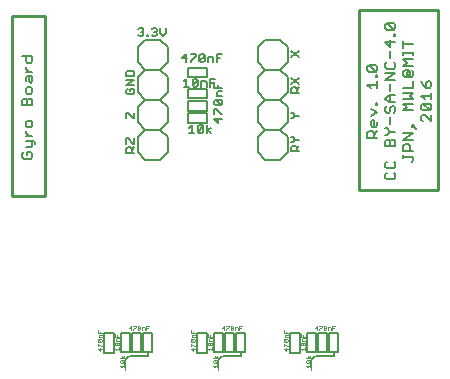
<source format=gto>
G75*
%MOIN*%
%OFA0B0*%
%FSLAX24Y24*%
%IPPOS*%
%LPD*%
%AMOC8*
5,1,8,0,0,1.08239X$1,22.5*
%
%ADD10C,0.0060*%
%ADD11C,0.0000*%
%ADD12C,0.0070*%
%ADD13C,0.0100*%
%ADD14C,0.0050*%
%ADD15C,0.0030*%
D10*
X006032Y005891D02*
X006122Y005981D01*
X006132Y005981D01*
X006142Y005981D02*
X006742Y005981D01*
X006742Y006081D01*
X009132Y005891D02*
X009222Y005981D01*
X009232Y005981D01*
X009242Y005981D02*
X009842Y005981D01*
X009842Y006081D01*
X012232Y005891D02*
X012322Y005981D01*
X012332Y005981D01*
X012342Y005981D02*
X012942Y005981D01*
X012942Y006081D01*
X011167Y012524D02*
X010667Y012524D01*
X010417Y012774D01*
X010417Y013274D01*
X010667Y013524D01*
X010417Y013774D01*
X010417Y014274D01*
X010667Y014524D01*
X010417Y014774D01*
X010417Y015274D01*
X010667Y015524D01*
X010417Y015774D01*
X010417Y016274D01*
X010667Y016524D01*
X011167Y016524D01*
X011417Y016274D01*
X011417Y015774D01*
X011167Y015524D01*
X011417Y015274D01*
X011417Y014774D01*
X011167Y014524D01*
X011417Y014274D01*
X011417Y013774D01*
X011167Y013524D01*
X011417Y013274D01*
X011417Y012774D01*
X011167Y012524D01*
X011537Y012809D02*
X011537Y012939D01*
X011581Y012983D01*
X011667Y012983D01*
X011711Y012939D01*
X011711Y012809D01*
X011797Y012809D02*
X011537Y012809D01*
X011711Y012896D02*
X011797Y012983D01*
X011797Y013190D02*
X011667Y013190D01*
X011581Y013277D01*
X011537Y013277D01*
X011667Y013190D02*
X011581Y013104D01*
X011537Y013104D01*
X011167Y013524D02*
X010667Y013524D01*
X011537Y013906D02*
X011581Y013906D01*
X011667Y013993D01*
X011797Y013993D01*
X011667Y013993D02*
X011581Y014080D01*
X011537Y014080D01*
X011167Y014524D02*
X010667Y014524D01*
X011537Y014759D02*
X011537Y014889D01*
X011581Y014933D01*
X011667Y014933D01*
X011711Y014889D01*
X011711Y014759D01*
X011797Y014759D02*
X011537Y014759D01*
X011711Y014846D02*
X011797Y014933D01*
X011797Y015054D02*
X011537Y015227D01*
X011537Y015054D02*
X011797Y015227D01*
X011167Y015524D02*
X010667Y015524D01*
X011537Y015956D02*
X011797Y016130D01*
X011797Y015956D02*
X011537Y016130D01*
X009233Y016035D02*
X009059Y016035D01*
X009059Y015775D01*
X008938Y015775D02*
X008938Y015905D01*
X008895Y015948D01*
X008765Y015948D01*
X008765Y015775D01*
X008643Y015818D02*
X008643Y015991D01*
X008470Y015818D01*
X008513Y015775D01*
X008600Y015775D01*
X008643Y015818D01*
X008470Y015818D02*
X008470Y015991D01*
X008513Y016035D01*
X008600Y016035D01*
X008643Y015991D01*
X008349Y015991D02*
X008175Y015818D01*
X008175Y015775D01*
X008011Y015775D02*
X008011Y016035D01*
X007881Y015905D01*
X008054Y015905D01*
X008175Y016035D02*
X008349Y016035D01*
X008349Y015991D01*
X009059Y015905D02*
X009146Y015905D01*
X009006Y015215D02*
X008832Y015215D01*
X008832Y014955D01*
X008711Y014955D02*
X008711Y015085D01*
X008668Y015128D01*
X008538Y015128D01*
X008538Y014955D01*
X008417Y014998D02*
X008373Y014955D01*
X008286Y014955D01*
X008243Y014998D01*
X008417Y015172D01*
X008417Y014998D01*
X008417Y015172D02*
X008373Y015215D01*
X008286Y015215D01*
X008243Y015172D01*
X008243Y014998D01*
X008122Y014955D02*
X007948Y014955D01*
X008035Y014955D02*
X008035Y015215D01*
X007948Y015128D01*
X007417Y015274D02*
X007417Y014774D01*
X007167Y014524D01*
X007417Y014274D01*
X007417Y013774D01*
X007167Y013524D01*
X007417Y013274D01*
X007417Y012774D01*
X007167Y012524D01*
X006667Y012524D01*
X006417Y012774D01*
X006417Y013274D01*
X006667Y013524D01*
X006417Y013774D01*
X006417Y014274D01*
X006667Y014524D01*
X006417Y014774D01*
X006417Y015274D01*
X006667Y015524D01*
X006417Y015774D01*
X006417Y016274D01*
X006667Y016524D01*
X007167Y016524D01*
X007417Y016274D01*
X007417Y015774D01*
X007167Y015524D01*
X007417Y015274D01*
X007167Y015524D02*
X006667Y015524D01*
X006297Y015431D02*
X006254Y015475D01*
X006081Y015475D01*
X006037Y015431D01*
X006037Y015301D01*
X006297Y015301D01*
X006297Y015431D01*
X006297Y015180D02*
X006037Y015180D01*
X006037Y015006D02*
X006297Y015180D01*
X006297Y015006D02*
X006037Y015006D01*
X006081Y014885D02*
X006037Y014842D01*
X006037Y014755D01*
X006081Y014712D01*
X006254Y014712D01*
X006297Y014755D01*
X006297Y014842D01*
X006254Y014885D01*
X006167Y014885D01*
X006167Y014798D01*
X006667Y014524D02*
X007167Y014524D01*
X006297Y014080D02*
X006297Y013906D01*
X006254Y013906D01*
X006081Y014080D01*
X006037Y014080D01*
X006037Y013906D01*
X006037Y013227D02*
X006081Y013227D01*
X006254Y013054D01*
X006297Y013054D01*
X006297Y013227D01*
X006037Y013227D02*
X006037Y013054D01*
X006081Y012933D02*
X006167Y012933D01*
X006211Y012889D01*
X006211Y012759D01*
X006297Y012759D02*
X006037Y012759D01*
X006037Y012889D01*
X006081Y012933D01*
X006211Y012846D02*
X006297Y012933D01*
X006667Y013524D02*
X007167Y013524D01*
X008127Y013587D02*
X008214Y013674D01*
X008214Y013414D01*
X008127Y013414D02*
X008301Y013414D01*
X008422Y013457D02*
X008422Y013631D01*
X008465Y013674D01*
X008552Y013674D01*
X008596Y013631D01*
X008422Y013457D01*
X008465Y013414D01*
X008552Y013414D01*
X008596Y013457D01*
X008596Y013631D01*
X008717Y013674D02*
X008717Y013414D01*
X008717Y013500D02*
X008847Y013587D01*
X008717Y013500D02*
X008847Y013414D01*
X009095Y013743D02*
X009095Y013916D01*
X008965Y013873D02*
X009095Y013743D01*
X008965Y013873D02*
X009226Y013873D01*
X009226Y014038D02*
X009182Y014038D01*
X009009Y014211D01*
X008965Y014211D01*
X008965Y014038D01*
X009009Y014332D02*
X008965Y014376D01*
X008965Y014462D01*
X009009Y014506D01*
X009182Y014332D01*
X009226Y014376D01*
X009226Y014462D01*
X009182Y014506D01*
X009009Y014506D01*
X009052Y014627D02*
X009052Y014757D01*
X009095Y014800D01*
X009226Y014800D01*
X009226Y014922D02*
X008965Y014922D01*
X008965Y015095D01*
X008919Y015085D02*
X008832Y015085D01*
X009095Y015008D02*
X009095Y014922D01*
X009052Y014627D02*
X009226Y014627D01*
X009182Y014332D02*
X009009Y014332D01*
X007255Y016644D02*
X007342Y016730D01*
X007342Y016904D01*
X007168Y016904D02*
X007168Y016730D01*
X007255Y016644D01*
X007047Y016687D02*
X007004Y016644D01*
X006917Y016644D01*
X006874Y016687D01*
X006770Y016687D02*
X006770Y016644D01*
X006726Y016644D01*
X006726Y016687D01*
X006770Y016687D01*
X006605Y016687D02*
X006562Y016644D01*
X006475Y016644D01*
X006432Y016687D01*
X006519Y016774D02*
X006562Y016774D01*
X006605Y016730D01*
X006605Y016687D01*
X006562Y016774D02*
X006605Y016817D01*
X006605Y016861D01*
X006562Y016904D01*
X006475Y016904D01*
X006432Y016861D01*
X006874Y016861D02*
X006917Y016904D01*
X007004Y016904D01*
X007047Y016861D01*
X007047Y016817D01*
X007004Y016774D01*
X007047Y016730D01*
X007047Y016687D01*
X007004Y016774D02*
X006960Y016774D01*
D11*
X005992Y005905D02*
X005992Y005511D01*
X009092Y005511D02*
X009092Y005905D01*
X012192Y005905D02*
X012192Y005511D01*
D12*
X014720Y011868D02*
X014941Y011868D01*
X014996Y011923D01*
X014996Y012033D01*
X014941Y012088D01*
X014941Y012236D02*
X014996Y012292D01*
X014996Y012402D01*
X014941Y012457D01*
X014941Y012236D02*
X014720Y012236D01*
X014665Y012292D01*
X014665Y012402D01*
X014720Y012457D01*
X014720Y012088D02*
X014665Y012033D01*
X014665Y011923D01*
X014720Y011868D01*
X015265Y012561D02*
X015265Y012671D01*
X015265Y012616D02*
X015541Y012616D01*
X015596Y012561D01*
X015596Y012506D01*
X015541Y012451D01*
X015596Y012820D02*
X015265Y012820D01*
X015265Y012985D01*
X015320Y013040D01*
X015430Y013040D01*
X015485Y012985D01*
X015485Y012820D01*
X015596Y013188D02*
X015265Y013188D01*
X015596Y013408D01*
X015265Y013408D01*
X014996Y013451D02*
X014830Y013451D01*
X014720Y013562D01*
X014665Y013562D01*
X014830Y013451D02*
X014720Y013341D01*
X014665Y013341D01*
X014720Y013193D02*
X014775Y013193D01*
X014830Y013138D01*
X014830Y012973D01*
X014665Y012973D02*
X014665Y013138D01*
X014720Y013193D01*
X014830Y013138D02*
X014885Y013193D01*
X014941Y013193D01*
X014996Y013138D01*
X014996Y012973D01*
X014665Y012973D01*
X014396Y013249D02*
X014065Y013249D01*
X014065Y013414D01*
X014120Y013470D01*
X014230Y013470D01*
X014285Y013414D01*
X014285Y013249D01*
X014285Y013359D02*
X014396Y013470D01*
X014341Y013618D02*
X014230Y013618D01*
X014175Y013673D01*
X014175Y013783D01*
X014230Y013838D01*
X014285Y013838D01*
X014285Y013618D01*
X014341Y013618D02*
X014396Y013673D01*
X014396Y013783D01*
X014175Y013986D02*
X014396Y014096D01*
X014175Y014206D01*
X014341Y014354D02*
X014341Y014409D01*
X014396Y014409D01*
X014396Y014354D01*
X014341Y014354D01*
X014665Y014243D02*
X014665Y014133D01*
X014720Y014078D01*
X014775Y014078D01*
X014830Y014133D01*
X014830Y014243D01*
X014885Y014298D01*
X014941Y014298D01*
X014996Y014243D01*
X014996Y014133D01*
X014941Y014078D01*
X014830Y013930D02*
X014830Y013710D01*
X015265Y014170D02*
X015375Y014280D01*
X015265Y014390D01*
X015596Y014390D01*
X015596Y014538D02*
X015485Y014649D01*
X015596Y014759D01*
X015265Y014759D01*
X015265Y014907D02*
X015596Y014907D01*
X015596Y015127D01*
X015541Y015275D02*
X015320Y015275D01*
X015265Y015330D01*
X015265Y015440D01*
X015320Y015495D01*
X015430Y015495D01*
X015485Y015440D01*
X015375Y015440D01*
X015375Y015330D01*
X015485Y015330D01*
X015485Y015440D01*
X015541Y015495D02*
X015596Y015440D01*
X015596Y015330D01*
X015541Y015275D01*
X015596Y015643D02*
X015265Y015643D01*
X015375Y015753D01*
X015265Y015864D01*
X015596Y015864D01*
X015596Y016012D02*
X015596Y016122D01*
X015596Y016067D02*
X015265Y016067D01*
X015265Y016012D02*
X015265Y016122D01*
X015265Y016257D02*
X015265Y016477D01*
X015265Y016367D02*
X015596Y016367D01*
X014996Y016453D02*
X014665Y016453D01*
X014830Y016288D01*
X014830Y016508D01*
X014941Y016656D02*
X014941Y016711D01*
X014996Y016711D01*
X014996Y016656D01*
X014941Y016656D01*
X014941Y016840D02*
X014720Y017061D01*
X014941Y017061D01*
X014996Y017006D01*
X014996Y016895D01*
X014941Y016840D01*
X014720Y016840D01*
X014665Y016895D01*
X014665Y017006D01*
X014720Y017061D01*
X014830Y016140D02*
X014830Y015920D01*
X014720Y015771D02*
X014665Y015716D01*
X014665Y015606D01*
X014720Y015551D01*
X014941Y015551D01*
X014996Y015606D01*
X014996Y015716D01*
X014941Y015771D01*
X014996Y015403D02*
X014665Y015403D01*
X014665Y015183D02*
X014996Y015403D01*
X014996Y015183D02*
X014665Y015183D01*
X014830Y015035D02*
X014830Y014815D01*
X014830Y014667D02*
X014830Y014446D01*
X014775Y014446D02*
X014665Y014556D01*
X014775Y014667D01*
X014996Y014667D01*
X014996Y014446D02*
X014775Y014446D01*
X014720Y014298D02*
X014665Y014243D01*
X015265Y014170D02*
X015596Y014170D01*
X015865Y014225D02*
X015920Y014170D01*
X016141Y014170D01*
X015920Y014390D01*
X016141Y014390D01*
X016196Y014335D01*
X016196Y014225D01*
X016141Y014170D01*
X016196Y014022D02*
X016196Y013802D01*
X015975Y014022D01*
X015920Y014022D01*
X015865Y013967D01*
X015865Y013857D01*
X015920Y013802D01*
X015706Y013556D02*
X015596Y013666D01*
X015596Y013611D01*
X015541Y013611D01*
X015541Y013666D01*
X015596Y013666D01*
X015865Y014225D02*
X015865Y014335D01*
X015920Y014390D01*
X015975Y014538D02*
X015865Y014649D01*
X016196Y014649D01*
X016196Y014759D02*
X016196Y014538D01*
X016141Y014907D02*
X016196Y014962D01*
X016196Y015072D01*
X016141Y015127D01*
X016085Y015127D01*
X016030Y015072D01*
X016030Y014907D01*
X016141Y014907D01*
X016030Y014907D02*
X015920Y015017D01*
X015865Y015127D01*
X015596Y014538D02*
X015265Y014538D01*
X014396Y014907D02*
X014396Y015127D01*
X014396Y015017D02*
X014065Y015017D01*
X014175Y014907D01*
X014341Y015275D02*
X014341Y015330D01*
X014396Y015330D01*
X014396Y015275D01*
X014341Y015275D01*
X014341Y015459D02*
X014120Y015679D01*
X014341Y015679D01*
X014396Y015624D01*
X014396Y015514D01*
X014341Y015459D01*
X014120Y015459D01*
X014065Y015514D01*
X014065Y015624D01*
X014120Y015679D01*
X003006Y013092D02*
X003006Y013037D01*
X003006Y013092D02*
X002951Y013147D01*
X002675Y013147D01*
X002675Y013295D02*
X002896Y013295D01*
X002785Y013295D02*
X002675Y013405D01*
X002675Y013460D01*
X002730Y013602D02*
X002841Y013602D01*
X002896Y013657D01*
X002896Y013767D01*
X002841Y013822D01*
X002730Y013822D01*
X002675Y013767D01*
X002675Y013657D01*
X002730Y013602D01*
X002896Y013147D02*
X002896Y012982D01*
X002841Y012927D01*
X002675Y012927D01*
X002620Y012778D02*
X002565Y012723D01*
X002565Y012613D01*
X002620Y012558D01*
X002841Y012558D01*
X002896Y012613D01*
X002896Y012723D01*
X002841Y012778D01*
X002730Y012778D01*
X002730Y012668D01*
X002730Y014338D02*
X002730Y014504D01*
X002785Y014559D01*
X002841Y014559D01*
X002896Y014504D01*
X002896Y014338D01*
X002565Y014338D01*
X002565Y014504D01*
X002620Y014559D01*
X002675Y014559D01*
X002730Y014504D01*
X002730Y014707D02*
X002841Y014707D01*
X002896Y014762D01*
X002896Y014872D01*
X002841Y014927D01*
X002730Y014927D01*
X002675Y014872D01*
X002675Y014762D01*
X002730Y014707D01*
X002841Y015075D02*
X002785Y015130D01*
X002785Y015295D01*
X002730Y015295D02*
X002896Y015295D01*
X002896Y015130D01*
X002841Y015075D01*
X002675Y015130D02*
X002675Y015240D01*
X002730Y015295D01*
X002675Y015443D02*
X002896Y015443D01*
X002785Y015443D02*
X002675Y015553D01*
X002675Y015609D01*
X002730Y015750D02*
X002675Y015805D01*
X002675Y015970D01*
X002565Y015970D02*
X002896Y015970D01*
X002896Y015805D01*
X002841Y015750D01*
X002730Y015750D01*
D13*
X002231Y017303D02*
X003331Y017303D01*
X003331Y011303D01*
X002231Y011303D01*
X002231Y017303D01*
X013806Y017503D02*
X013806Y011503D01*
X016431Y011503D01*
X016431Y017503D01*
X013806Y017503D01*
D14*
X008737Y015584D02*
X008737Y015264D01*
X008097Y015264D01*
X008097Y015584D01*
X008737Y015584D01*
X008737Y014884D02*
X008097Y014884D01*
X008097Y014564D01*
X008737Y014564D01*
X008737Y014884D01*
X008737Y014474D02*
X008737Y014154D01*
X008097Y014154D01*
X008097Y014474D01*
X008737Y014474D01*
X008737Y014064D02*
X008737Y013744D01*
X008097Y013744D01*
X008097Y014064D01*
X008737Y014064D01*
X008943Y006736D02*
X009263Y006736D01*
X009263Y006096D01*
X008943Y006096D01*
X008943Y006736D01*
X008708Y006730D02*
X008388Y006730D01*
X008388Y006090D01*
X008708Y006090D01*
X008708Y006730D01*
X009309Y006736D02*
X009309Y006096D01*
X009629Y006096D01*
X009629Y006736D01*
X009309Y006736D01*
X009674Y006736D02*
X009994Y006736D01*
X009994Y006096D01*
X009674Y006096D01*
X009674Y006736D01*
X011488Y006730D02*
X011488Y006090D01*
X011808Y006090D01*
X011808Y006730D01*
X011488Y006730D01*
X012043Y006736D02*
X012043Y006096D01*
X012363Y006096D01*
X012363Y006736D01*
X012043Y006736D01*
X012409Y006736D02*
X012729Y006736D01*
X012729Y006096D01*
X012409Y006096D01*
X012409Y006736D01*
X012774Y006736D02*
X013094Y006736D01*
X013094Y006096D01*
X012774Y006096D01*
X012774Y006736D01*
X006894Y006736D02*
X006894Y006096D01*
X006574Y006096D01*
X006574Y006736D01*
X006894Y006736D01*
X006529Y006736D02*
X006209Y006736D01*
X006209Y006096D01*
X006529Y006096D01*
X006529Y006736D01*
X006163Y006736D02*
X005843Y006736D01*
X005843Y006096D01*
X006163Y006096D01*
X006163Y006736D01*
X005608Y006730D02*
X005608Y006090D01*
X005288Y006090D01*
X005288Y006730D01*
X005608Y006730D01*
D15*
X005082Y006223D02*
X005147Y006158D01*
X005147Y006244D01*
X005212Y006223D02*
X005082Y006223D01*
X005082Y006305D02*
X005082Y006392D01*
X005103Y006392D01*
X005190Y006305D01*
X005212Y006305D01*
X005190Y006452D02*
X005103Y006539D01*
X005190Y006539D01*
X005212Y006517D01*
X005212Y006474D01*
X005190Y006452D01*
X005103Y006452D01*
X005082Y006474D01*
X005082Y006517D01*
X005103Y006539D01*
X005125Y006600D02*
X005125Y006665D01*
X005147Y006686D01*
X005212Y006686D01*
X005212Y006747D02*
X005082Y006747D01*
X005082Y006834D01*
X005147Y006790D02*
X005147Y006747D01*
X005125Y006600D02*
X005212Y006600D01*
X005656Y006624D02*
X005656Y006710D01*
X005722Y006667D02*
X005722Y006624D01*
X005722Y006563D02*
X005787Y006563D01*
X005787Y006624D02*
X005656Y006624D01*
X005722Y006563D02*
X005700Y006541D01*
X005700Y006476D01*
X005787Y006476D01*
X005765Y006416D02*
X005787Y006394D01*
X005787Y006351D01*
X005765Y006329D01*
X005678Y006416D01*
X005765Y006416D01*
X005678Y006416D02*
X005656Y006394D01*
X005656Y006351D01*
X005678Y006329D01*
X005765Y006329D01*
X005787Y006268D02*
X005787Y006182D01*
X005787Y006225D02*
X005656Y006225D01*
X005700Y006182D01*
X005882Y005970D02*
X005926Y005905D01*
X005969Y005970D01*
X005969Y005905D02*
X005839Y005905D01*
X005861Y005845D02*
X005947Y005758D01*
X005969Y005780D01*
X005969Y005823D01*
X005947Y005845D01*
X005861Y005845D01*
X005839Y005823D01*
X005839Y005780D01*
X005861Y005758D01*
X005947Y005758D01*
X005969Y005697D02*
X005969Y005611D01*
X005969Y005654D02*
X005839Y005654D01*
X005882Y005611D01*
X006178Y006842D02*
X006178Y006973D01*
X006113Y006907D01*
X006199Y006907D01*
X006260Y006864D02*
X006260Y006842D01*
X006260Y006864D02*
X006347Y006951D01*
X006347Y006973D01*
X006260Y006973D01*
X006407Y006951D02*
X006429Y006973D01*
X006472Y006973D01*
X006494Y006951D01*
X006407Y006864D01*
X006429Y006842D01*
X006472Y006842D01*
X006494Y006864D01*
X006494Y006951D01*
X006555Y006929D02*
X006620Y006929D01*
X006641Y006907D01*
X006641Y006842D01*
X006702Y006842D02*
X006702Y006973D01*
X006789Y006973D01*
X006745Y006907D02*
X006702Y006907D01*
X006555Y006929D02*
X006555Y006842D01*
X006407Y006864D02*
X006407Y006951D01*
X008182Y006834D02*
X008182Y006747D01*
X008312Y006747D01*
X008312Y006686D02*
X008247Y006686D01*
X008225Y006665D01*
X008225Y006600D01*
X008312Y006600D01*
X008290Y006539D02*
X008312Y006517D01*
X008312Y006474D01*
X008290Y006452D01*
X008203Y006539D01*
X008290Y006539D01*
X008203Y006539D02*
X008182Y006517D01*
X008182Y006474D01*
X008203Y006452D01*
X008290Y006452D01*
X008203Y006392D02*
X008290Y006305D01*
X008312Y006305D01*
X008312Y006223D02*
X008182Y006223D01*
X008247Y006158D01*
X008247Y006244D01*
X008182Y006305D02*
X008182Y006392D01*
X008203Y006392D01*
X008247Y006747D02*
X008247Y006790D01*
X008756Y006710D02*
X008756Y006624D01*
X008887Y006624D01*
X008887Y006563D02*
X008822Y006563D01*
X008800Y006541D01*
X008800Y006476D01*
X008887Y006476D01*
X008865Y006416D02*
X008887Y006394D01*
X008887Y006351D01*
X008865Y006329D01*
X008778Y006416D01*
X008865Y006416D01*
X008778Y006416D02*
X008756Y006394D01*
X008756Y006351D01*
X008778Y006329D01*
X008865Y006329D01*
X008887Y006268D02*
X008887Y006182D01*
X008887Y006225D02*
X008756Y006225D01*
X008800Y006182D01*
X008982Y005970D02*
X009026Y005905D01*
X009069Y005970D01*
X009069Y005905D02*
X008939Y005905D01*
X008961Y005845D02*
X009047Y005758D01*
X009069Y005780D01*
X009069Y005823D01*
X009047Y005845D01*
X008961Y005845D01*
X008939Y005823D01*
X008939Y005780D01*
X008961Y005758D01*
X009047Y005758D01*
X009069Y005697D02*
X009069Y005611D01*
X009069Y005654D02*
X008939Y005654D01*
X008982Y005611D01*
X008822Y006624D02*
X008822Y006667D01*
X009213Y006907D02*
X009299Y006907D01*
X009278Y006842D02*
X009278Y006973D01*
X009213Y006907D01*
X009360Y006864D02*
X009360Y006842D01*
X009360Y006864D02*
X009447Y006951D01*
X009447Y006973D01*
X009360Y006973D01*
X009507Y006951D02*
X009529Y006973D01*
X009572Y006973D01*
X009594Y006951D01*
X009507Y006864D01*
X009529Y006842D01*
X009572Y006842D01*
X009594Y006864D01*
X009594Y006951D01*
X009655Y006929D02*
X009720Y006929D01*
X009741Y006907D01*
X009741Y006842D01*
X009802Y006842D02*
X009802Y006973D01*
X009889Y006973D01*
X009845Y006907D02*
X009802Y006907D01*
X009655Y006929D02*
X009655Y006842D01*
X009507Y006864D02*
X009507Y006951D01*
X011282Y006834D02*
X011282Y006747D01*
X011412Y006747D01*
X011412Y006686D02*
X011347Y006686D01*
X011325Y006665D01*
X011325Y006600D01*
X011412Y006600D01*
X011390Y006539D02*
X011412Y006517D01*
X011412Y006474D01*
X011390Y006452D01*
X011303Y006539D01*
X011390Y006539D01*
X011303Y006539D02*
X011282Y006517D01*
X011282Y006474D01*
X011303Y006452D01*
X011390Y006452D01*
X011303Y006392D02*
X011390Y006305D01*
X011412Y006305D01*
X011412Y006223D02*
X011282Y006223D01*
X011347Y006158D01*
X011347Y006244D01*
X011282Y006305D02*
X011282Y006392D01*
X011303Y006392D01*
X011347Y006747D02*
X011347Y006790D01*
X011856Y006710D02*
X011856Y006624D01*
X011987Y006624D01*
X011987Y006563D02*
X011922Y006563D01*
X011900Y006541D01*
X011900Y006476D01*
X011987Y006476D01*
X011965Y006416D02*
X011987Y006394D01*
X011987Y006351D01*
X011965Y006329D01*
X011878Y006416D01*
X011965Y006416D01*
X011878Y006416D02*
X011856Y006394D01*
X011856Y006351D01*
X011878Y006329D01*
X011965Y006329D01*
X011987Y006268D02*
X011987Y006182D01*
X011987Y006225D02*
X011856Y006225D01*
X011900Y006182D01*
X012082Y005970D02*
X012126Y005905D01*
X012169Y005970D01*
X012169Y005905D02*
X012039Y005905D01*
X012061Y005845D02*
X012147Y005758D01*
X012169Y005780D01*
X012169Y005823D01*
X012147Y005845D01*
X012061Y005845D01*
X012039Y005823D01*
X012039Y005780D01*
X012061Y005758D01*
X012147Y005758D01*
X012169Y005697D02*
X012169Y005611D01*
X012169Y005654D02*
X012039Y005654D01*
X012082Y005611D01*
X011922Y006624D02*
X011922Y006667D01*
X012313Y006907D02*
X012399Y006907D01*
X012378Y006842D02*
X012378Y006973D01*
X012313Y006907D01*
X012460Y006864D02*
X012460Y006842D01*
X012460Y006864D02*
X012547Y006951D01*
X012547Y006973D01*
X012460Y006973D01*
X012607Y006951D02*
X012629Y006973D01*
X012672Y006973D01*
X012694Y006951D01*
X012607Y006864D01*
X012629Y006842D01*
X012672Y006842D01*
X012694Y006864D01*
X012694Y006951D01*
X012755Y006929D02*
X012820Y006929D01*
X012841Y006907D01*
X012841Y006842D01*
X012902Y006842D02*
X012902Y006973D01*
X012989Y006973D01*
X012945Y006907D02*
X012902Y006907D01*
X012755Y006929D02*
X012755Y006842D01*
X012607Y006864D02*
X012607Y006951D01*
M02*

</source>
